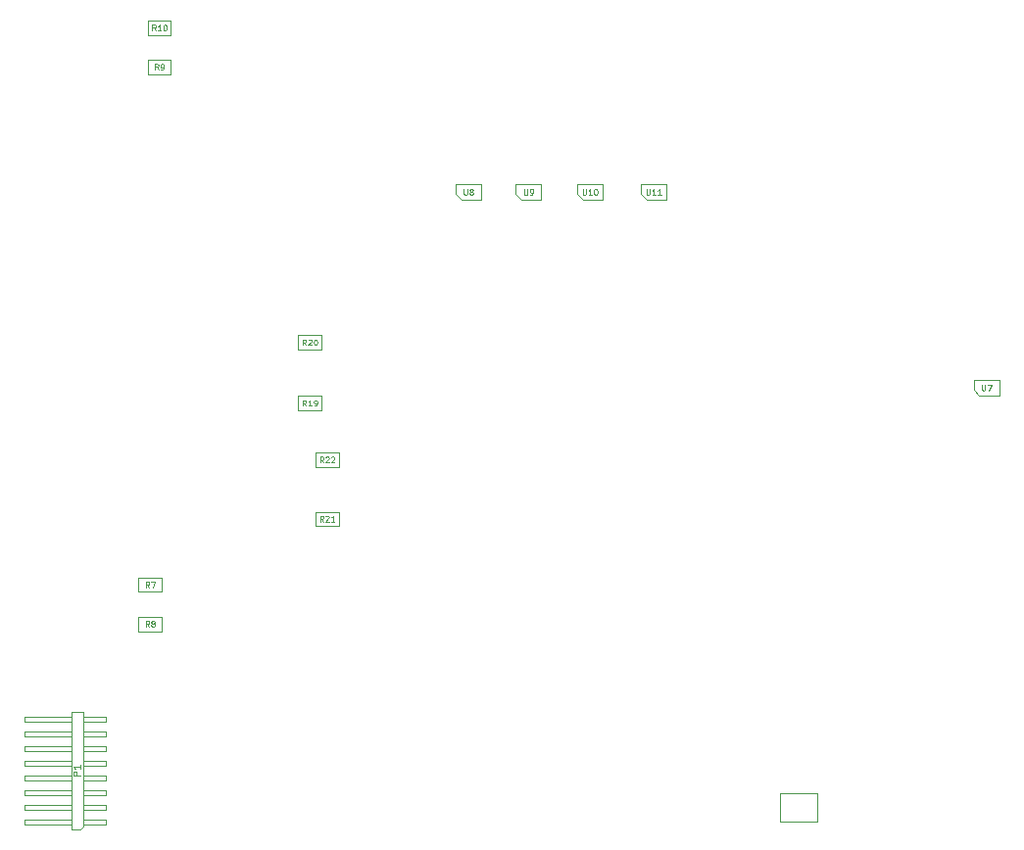
<source format=gbr>
G04 #@! TF.FileFunction,Other,Fab,Top*
%FSLAX46Y46*%
G04 Gerber Fmt 4.6, Leading zero omitted, Abs format (unit mm)*
G04 Created by KiCad (PCBNEW 4.0.7-e2-6376~58~ubuntu16.04.1) date Fri Dec  1 14:53:18 2017*
%MOMM*%
%LPD*%
G01*
G04 APERTURE LIST*
%ADD10C,0.100000*%
%ADD11C,0.090000*%
%ADD12C,0.075000*%
G04 APERTURE END LIST*
D10*
X33337240Y-93675840D02*
X32587240Y-93675840D01*
X32587240Y-93675840D02*
X32587240Y-83515840D01*
X32587240Y-83515840D02*
X33587240Y-83515840D01*
X33587240Y-83515840D02*
X33587240Y-93425840D01*
X33587240Y-93425840D02*
X33337240Y-93675840D01*
X35557240Y-93240840D02*
X33587240Y-93240840D01*
X35557240Y-93240840D02*
X35557240Y-92840840D01*
X35557240Y-92840840D02*
X33587240Y-92840840D01*
X32587240Y-93240840D02*
X28587240Y-93240840D01*
X28587240Y-93240840D02*
X28587240Y-92840840D01*
X32587240Y-92840840D02*
X28587240Y-92840840D01*
X35557240Y-91970840D02*
X33587240Y-91970840D01*
X35557240Y-91970840D02*
X35557240Y-91570840D01*
X35557240Y-91570840D02*
X33587240Y-91570840D01*
X32587240Y-91970840D02*
X28587240Y-91970840D01*
X28587240Y-91970840D02*
X28587240Y-91570840D01*
X32587240Y-91570840D02*
X28587240Y-91570840D01*
X35557240Y-90700840D02*
X33587240Y-90700840D01*
X35557240Y-90700840D02*
X35557240Y-90300840D01*
X35557240Y-90300840D02*
X33587240Y-90300840D01*
X32587240Y-90700840D02*
X28587240Y-90700840D01*
X28587240Y-90700840D02*
X28587240Y-90300840D01*
X32587240Y-90300840D02*
X28587240Y-90300840D01*
X35557240Y-89430840D02*
X33587240Y-89430840D01*
X35557240Y-89430840D02*
X35557240Y-89030840D01*
X35557240Y-89030840D02*
X33587240Y-89030840D01*
X32587240Y-89430840D02*
X28587240Y-89430840D01*
X28587240Y-89430840D02*
X28587240Y-89030840D01*
X32587240Y-89030840D02*
X28587240Y-89030840D01*
X35557240Y-88160840D02*
X33587240Y-88160840D01*
X35557240Y-88160840D02*
X35557240Y-87760840D01*
X35557240Y-87760840D02*
X33587240Y-87760840D01*
X32587240Y-88160840D02*
X28587240Y-88160840D01*
X28587240Y-88160840D02*
X28587240Y-87760840D01*
X32587240Y-87760840D02*
X28587240Y-87760840D01*
X35557240Y-86890840D02*
X33587240Y-86890840D01*
X35557240Y-86890840D02*
X35557240Y-86490840D01*
X35557240Y-86490840D02*
X33587240Y-86490840D01*
X32587240Y-86890840D02*
X28587240Y-86890840D01*
X28587240Y-86890840D02*
X28587240Y-86490840D01*
X32587240Y-86490840D02*
X28587240Y-86490840D01*
X35557240Y-85620840D02*
X33587240Y-85620840D01*
X35557240Y-85620840D02*
X35557240Y-85220840D01*
X35557240Y-85220840D02*
X33587240Y-85220840D01*
X32587240Y-85620840D02*
X28587240Y-85620840D01*
X28587240Y-85620840D02*
X28587240Y-85220840D01*
X32587240Y-85220840D02*
X28587240Y-85220840D01*
X35557240Y-84350840D02*
X33587240Y-84350840D01*
X35557240Y-84350840D02*
X35557240Y-83950840D01*
X35557240Y-83950840D02*
X33587240Y-83950840D01*
X32587240Y-84350840D02*
X28587240Y-84350840D01*
X28587240Y-84350840D02*
X28587240Y-83950840D01*
X32587240Y-83950840D02*
X28587240Y-83950840D01*
X38397240Y-73160840D02*
X38397240Y-71920840D01*
X40397240Y-73160840D02*
X38397240Y-73160840D01*
X40397240Y-71920840D02*
X40397240Y-73160840D01*
X38397240Y-71920840D02*
X40397240Y-71920840D01*
X38400000Y-76570000D02*
X38400000Y-75330000D01*
X40400000Y-76570000D02*
X38400000Y-76570000D01*
X40400000Y-75330000D02*
X40400000Y-76570000D01*
X38400000Y-75330000D02*
X40400000Y-75330000D01*
X39197240Y-28410840D02*
X39197240Y-27170840D01*
X41197240Y-28410840D02*
X39197240Y-28410840D01*
X41197240Y-27170840D02*
X41197240Y-28410840D01*
X39197240Y-27170840D02*
X41197240Y-27170840D01*
X39197240Y-25010840D02*
X39197240Y-23770840D01*
X41197240Y-25010840D02*
X39197240Y-25010840D01*
X41197240Y-23770840D02*
X41197240Y-25010840D01*
X39197240Y-23770840D02*
X41197240Y-23770840D01*
X110550000Y-54825000D02*
X110550000Y-55675000D01*
X111050000Y-56175000D02*
X112750000Y-56175000D01*
X110550000Y-54825000D02*
X112750000Y-54825000D01*
X112750000Y-54825000D02*
X112750000Y-56175000D01*
X110550000Y-55675000D02*
X111050000Y-56175000D01*
X65800000Y-37925000D02*
X65800000Y-38775000D01*
X66300000Y-39275000D02*
X68000000Y-39275000D01*
X65800000Y-37925000D02*
X68000000Y-37925000D01*
X68000000Y-37925000D02*
X68000000Y-39275000D01*
X65800000Y-38775000D02*
X66300000Y-39275000D01*
X70997240Y-37915840D02*
X70997240Y-38765840D01*
X71497240Y-39265840D02*
X73197240Y-39265840D01*
X70997240Y-37915840D02*
X73197240Y-37915840D01*
X73197240Y-37915840D02*
X73197240Y-39265840D01*
X70997240Y-38765840D02*
X71497240Y-39265840D01*
X76297240Y-37915840D02*
X76297240Y-38765840D01*
X76797240Y-39265840D02*
X78497240Y-39265840D01*
X76297240Y-37915840D02*
X78497240Y-37915840D01*
X78497240Y-37915840D02*
X78497240Y-39265840D01*
X76297240Y-38765840D02*
X76797240Y-39265840D01*
X81797240Y-37915840D02*
X81797240Y-38765840D01*
X82297240Y-39265840D02*
X83997240Y-39265840D01*
X81797240Y-37915840D02*
X83997240Y-37915840D01*
X83997240Y-37915840D02*
X83997240Y-39265840D01*
X81797240Y-38765840D02*
X82297240Y-39265840D01*
X52200000Y-57470000D02*
X52200000Y-56230000D01*
X54200000Y-57470000D02*
X52200000Y-57470000D01*
X54200000Y-56230000D02*
X54200000Y-57470000D01*
X52200000Y-56230000D02*
X54200000Y-56230000D01*
X52200000Y-52220000D02*
X52200000Y-50980000D01*
X54200000Y-52220000D02*
X52200000Y-52220000D01*
X54200000Y-50980000D02*
X54200000Y-52220000D01*
X52200000Y-50980000D02*
X54200000Y-50980000D01*
X53700000Y-67470000D02*
X53700000Y-66230000D01*
X55700000Y-67470000D02*
X53700000Y-67470000D01*
X55700000Y-66230000D02*
X55700000Y-67470000D01*
X53700000Y-66230000D02*
X55700000Y-66230000D01*
X53700000Y-62370000D02*
X53700000Y-61130000D01*
X55700000Y-62370000D02*
X53700000Y-62370000D01*
X55700000Y-61130000D02*
X55700000Y-62370000D01*
X53700000Y-61130000D02*
X55700000Y-61130000D01*
X93820000Y-93060000D02*
X93820000Y-90560000D01*
X97020000Y-93060000D02*
X93820000Y-93060000D01*
X97020000Y-90560000D02*
X97020000Y-93060000D01*
X93820000Y-90560000D02*
X97020000Y-90560000D01*
D11*
X33358669Y-89038697D02*
X32758669Y-89038697D01*
X32758669Y-88810125D01*
X32787240Y-88752983D01*
X32815811Y-88724411D01*
X32872954Y-88695840D01*
X32958669Y-88695840D01*
X33015811Y-88724411D01*
X33044383Y-88752983D01*
X33072954Y-88810125D01*
X33072954Y-89038697D01*
X33358669Y-88124411D02*
X33358669Y-88467268D01*
X33358669Y-88295840D02*
X32758669Y-88295840D01*
X32844383Y-88352983D01*
X32901526Y-88410125D01*
X32930097Y-88467268D01*
D12*
X39313907Y-72767030D02*
X39147240Y-72528935D01*
X39028193Y-72767030D02*
X39028193Y-72267030D01*
X39218669Y-72267030D01*
X39266288Y-72290840D01*
X39290097Y-72314650D01*
X39313907Y-72362269D01*
X39313907Y-72433697D01*
X39290097Y-72481316D01*
X39266288Y-72505126D01*
X39218669Y-72528935D01*
X39028193Y-72528935D01*
X39480574Y-72267030D02*
X39813907Y-72267030D01*
X39599621Y-72767030D01*
X39316667Y-76176190D02*
X39150000Y-75938095D01*
X39030953Y-76176190D02*
X39030953Y-75676190D01*
X39221429Y-75676190D01*
X39269048Y-75700000D01*
X39292857Y-75723810D01*
X39316667Y-75771429D01*
X39316667Y-75842857D01*
X39292857Y-75890476D01*
X39269048Y-75914286D01*
X39221429Y-75938095D01*
X39030953Y-75938095D01*
X39602381Y-75890476D02*
X39554762Y-75866667D01*
X39530953Y-75842857D01*
X39507143Y-75795238D01*
X39507143Y-75771429D01*
X39530953Y-75723810D01*
X39554762Y-75700000D01*
X39602381Y-75676190D01*
X39697619Y-75676190D01*
X39745238Y-75700000D01*
X39769048Y-75723810D01*
X39792857Y-75771429D01*
X39792857Y-75795238D01*
X39769048Y-75842857D01*
X39745238Y-75866667D01*
X39697619Y-75890476D01*
X39602381Y-75890476D01*
X39554762Y-75914286D01*
X39530953Y-75938095D01*
X39507143Y-75985714D01*
X39507143Y-76080952D01*
X39530953Y-76128571D01*
X39554762Y-76152381D01*
X39602381Y-76176190D01*
X39697619Y-76176190D01*
X39745238Y-76152381D01*
X39769048Y-76128571D01*
X39792857Y-76080952D01*
X39792857Y-75985714D01*
X39769048Y-75938095D01*
X39745238Y-75914286D01*
X39697619Y-75890476D01*
X40113907Y-28017030D02*
X39947240Y-27778935D01*
X39828193Y-28017030D02*
X39828193Y-27517030D01*
X40018669Y-27517030D01*
X40066288Y-27540840D01*
X40090097Y-27564650D01*
X40113907Y-27612269D01*
X40113907Y-27683697D01*
X40090097Y-27731316D01*
X40066288Y-27755126D01*
X40018669Y-27778935D01*
X39828193Y-27778935D01*
X40352002Y-28017030D02*
X40447240Y-28017030D01*
X40494859Y-27993221D01*
X40518669Y-27969411D01*
X40566288Y-27897983D01*
X40590097Y-27802745D01*
X40590097Y-27612269D01*
X40566288Y-27564650D01*
X40542478Y-27540840D01*
X40494859Y-27517030D01*
X40399621Y-27517030D01*
X40352002Y-27540840D01*
X40328193Y-27564650D01*
X40304383Y-27612269D01*
X40304383Y-27731316D01*
X40328193Y-27778935D01*
X40352002Y-27802745D01*
X40399621Y-27826554D01*
X40494859Y-27826554D01*
X40542478Y-27802745D01*
X40566288Y-27778935D01*
X40590097Y-27731316D01*
X39875812Y-24617030D02*
X39709145Y-24378935D01*
X39590098Y-24617030D02*
X39590098Y-24117030D01*
X39780574Y-24117030D01*
X39828193Y-24140840D01*
X39852002Y-24164650D01*
X39875812Y-24212269D01*
X39875812Y-24283697D01*
X39852002Y-24331316D01*
X39828193Y-24355126D01*
X39780574Y-24378935D01*
X39590098Y-24378935D01*
X40352002Y-24617030D02*
X40066288Y-24617030D01*
X40209145Y-24617030D02*
X40209145Y-24117030D01*
X40161526Y-24188459D01*
X40113907Y-24236078D01*
X40066288Y-24259888D01*
X40661526Y-24117030D02*
X40709145Y-24117030D01*
X40756764Y-24140840D01*
X40780573Y-24164650D01*
X40804383Y-24212269D01*
X40828192Y-24307507D01*
X40828192Y-24426554D01*
X40804383Y-24521792D01*
X40780573Y-24569411D01*
X40756764Y-24593221D01*
X40709145Y-24617030D01*
X40661526Y-24617030D01*
X40613907Y-24593221D01*
X40590097Y-24569411D01*
X40566288Y-24521792D01*
X40542478Y-24426554D01*
X40542478Y-24307507D01*
X40566288Y-24212269D01*
X40590097Y-24164650D01*
X40613907Y-24140840D01*
X40661526Y-24117030D01*
X111269048Y-55226190D02*
X111269048Y-55630952D01*
X111292857Y-55678571D01*
X111316667Y-55702381D01*
X111364286Y-55726190D01*
X111459524Y-55726190D01*
X111507143Y-55702381D01*
X111530952Y-55678571D01*
X111554762Y-55630952D01*
X111554762Y-55226190D01*
X111745239Y-55226190D02*
X112078572Y-55226190D01*
X111864286Y-55726190D01*
X66519048Y-38326190D02*
X66519048Y-38730952D01*
X66542857Y-38778571D01*
X66566667Y-38802381D01*
X66614286Y-38826190D01*
X66709524Y-38826190D01*
X66757143Y-38802381D01*
X66780952Y-38778571D01*
X66804762Y-38730952D01*
X66804762Y-38326190D01*
X67114286Y-38540476D02*
X67066667Y-38516667D01*
X67042858Y-38492857D01*
X67019048Y-38445238D01*
X67019048Y-38421429D01*
X67042858Y-38373810D01*
X67066667Y-38350000D01*
X67114286Y-38326190D01*
X67209524Y-38326190D01*
X67257143Y-38350000D01*
X67280953Y-38373810D01*
X67304762Y-38421429D01*
X67304762Y-38445238D01*
X67280953Y-38492857D01*
X67257143Y-38516667D01*
X67209524Y-38540476D01*
X67114286Y-38540476D01*
X67066667Y-38564286D01*
X67042858Y-38588095D01*
X67019048Y-38635714D01*
X67019048Y-38730952D01*
X67042858Y-38778571D01*
X67066667Y-38802381D01*
X67114286Y-38826190D01*
X67209524Y-38826190D01*
X67257143Y-38802381D01*
X67280953Y-38778571D01*
X67304762Y-38730952D01*
X67304762Y-38635714D01*
X67280953Y-38588095D01*
X67257143Y-38564286D01*
X67209524Y-38540476D01*
X71716288Y-38317030D02*
X71716288Y-38721792D01*
X71740097Y-38769411D01*
X71763907Y-38793221D01*
X71811526Y-38817030D01*
X71906764Y-38817030D01*
X71954383Y-38793221D01*
X71978192Y-38769411D01*
X72002002Y-38721792D01*
X72002002Y-38317030D01*
X72263907Y-38817030D02*
X72359145Y-38817030D01*
X72406764Y-38793221D01*
X72430574Y-38769411D01*
X72478193Y-38697983D01*
X72502002Y-38602745D01*
X72502002Y-38412269D01*
X72478193Y-38364650D01*
X72454383Y-38340840D01*
X72406764Y-38317030D01*
X72311526Y-38317030D01*
X72263907Y-38340840D01*
X72240098Y-38364650D01*
X72216288Y-38412269D01*
X72216288Y-38531316D01*
X72240098Y-38578935D01*
X72263907Y-38602745D01*
X72311526Y-38626554D01*
X72406764Y-38626554D01*
X72454383Y-38602745D01*
X72478193Y-38578935D01*
X72502002Y-38531316D01*
X76778193Y-38317030D02*
X76778193Y-38721792D01*
X76802002Y-38769411D01*
X76825812Y-38793221D01*
X76873431Y-38817030D01*
X76968669Y-38817030D01*
X77016288Y-38793221D01*
X77040097Y-38769411D01*
X77063907Y-38721792D01*
X77063907Y-38317030D01*
X77563907Y-38817030D02*
X77278193Y-38817030D01*
X77421050Y-38817030D02*
X77421050Y-38317030D01*
X77373431Y-38388459D01*
X77325812Y-38436078D01*
X77278193Y-38459888D01*
X77873431Y-38317030D02*
X77921050Y-38317030D01*
X77968669Y-38340840D01*
X77992478Y-38364650D01*
X78016288Y-38412269D01*
X78040097Y-38507507D01*
X78040097Y-38626554D01*
X78016288Y-38721792D01*
X77992478Y-38769411D01*
X77968669Y-38793221D01*
X77921050Y-38817030D01*
X77873431Y-38817030D01*
X77825812Y-38793221D01*
X77802002Y-38769411D01*
X77778193Y-38721792D01*
X77754383Y-38626554D01*
X77754383Y-38507507D01*
X77778193Y-38412269D01*
X77802002Y-38364650D01*
X77825812Y-38340840D01*
X77873431Y-38317030D01*
X82278193Y-38317030D02*
X82278193Y-38721792D01*
X82302002Y-38769411D01*
X82325812Y-38793221D01*
X82373431Y-38817030D01*
X82468669Y-38817030D01*
X82516288Y-38793221D01*
X82540097Y-38769411D01*
X82563907Y-38721792D01*
X82563907Y-38317030D01*
X83063907Y-38817030D02*
X82778193Y-38817030D01*
X82921050Y-38817030D02*
X82921050Y-38317030D01*
X82873431Y-38388459D01*
X82825812Y-38436078D01*
X82778193Y-38459888D01*
X83540097Y-38817030D02*
X83254383Y-38817030D01*
X83397240Y-38817030D02*
X83397240Y-38317030D01*
X83349621Y-38388459D01*
X83302002Y-38436078D01*
X83254383Y-38459888D01*
X52878572Y-57076190D02*
X52711905Y-56838095D01*
X52592858Y-57076190D02*
X52592858Y-56576190D01*
X52783334Y-56576190D01*
X52830953Y-56600000D01*
X52854762Y-56623810D01*
X52878572Y-56671429D01*
X52878572Y-56742857D01*
X52854762Y-56790476D01*
X52830953Y-56814286D01*
X52783334Y-56838095D01*
X52592858Y-56838095D01*
X53354762Y-57076190D02*
X53069048Y-57076190D01*
X53211905Y-57076190D02*
X53211905Y-56576190D01*
X53164286Y-56647619D01*
X53116667Y-56695238D01*
X53069048Y-56719048D01*
X53592857Y-57076190D02*
X53688095Y-57076190D01*
X53735714Y-57052381D01*
X53759524Y-57028571D01*
X53807143Y-56957143D01*
X53830952Y-56861905D01*
X53830952Y-56671429D01*
X53807143Y-56623810D01*
X53783333Y-56600000D01*
X53735714Y-56576190D01*
X53640476Y-56576190D01*
X53592857Y-56600000D01*
X53569048Y-56623810D01*
X53545238Y-56671429D01*
X53545238Y-56790476D01*
X53569048Y-56838095D01*
X53592857Y-56861905D01*
X53640476Y-56885714D01*
X53735714Y-56885714D01*
X53783333Y-56861905D01*
X53807143Y-56838095D01*
X53830952Y-56790476D01*
X52878572Y-51826190D02*
X52711905Y-51588095D01*
X52592858Y-51826190D02*
X52592858Y-51326190D01*
X52783334Y-51326190D01*
X52830953Y-51350000D01*
X52854762Y-51373810D01*
X52878572Y-51421429D01*
X52878572Y-51492857D01*
X52854762Y-51540476D01*
X52830953Y-51564286D01*
X52783334Y-51588095D01*
X52592858Y-51588095D01*
X53069048Y-51373810D02*
X53092858Y-51350000D01*
X53140477Y-51326190D01*
X53259524Y-51326190D01*
X53307143Y-51350000D01*
X53330953Y-51373810D01*
X53354762Y-51421429D01*
X53354762Y-51469048D01*
X53330953Y-51540476D01*
X53045239Y-51826190D01*
X53354762Y-51826190D01*
X53664286Y-51326190D02*
X53711905Y-51326190D01*
X53759524Y-51350000D01*
X53783333Y-51373810D01*
X53807143Y-51421429D01*
X53830952Y-51516667D01*
X53830952Y-51635714D01*
X53807143Y-51730952D01*
X53783333Y-51778571D01*
X53759524Y-51802381D01*
X53711905Y-51826190D01*
X53664286Y-51826190D01*
X53616667Y-51802381D01*
X53592857Y-51778571D01*
X53569048Y-51730952D01*
X53545238Y-51635714D01*
X53545238Y-51516667D01*
X53569048Y-51421429D01*
X53592857Y-51373810D01*
X53616667Y-51350000D01*
X53664286Y-51326190D01*
X54378572Y-67076190D02*
X54211905Y-66838095D01*
X54092858Y-67076190D02*
X54092858Y-66576190D01*
X54283334Y-66576190D01*
X54330953Y-66600000D01*
X54354762Y-66623810D01*
X54378572Y-66671429D01*
X54378572Y-66742857D01*
X54354762Y-66790476D01*
X54330953Y-66814286D01*
X54283334Y-66838095D01*
X54092858Y-66838095D01*
X54569048Y-66623810D02*
X54592858Y-66600000D01*
X54640477Y-66576190D01*
X54759524Y-66576190D01*
X54807143Y-66600000D01*
X54830953Y-66623810D01*
X54854762Y-66671429D01*
X54854762Y-66719048D01*
X54830953Y-66790476D01*
X54545239Y-67076190D01*
X54854762Y-67076190D01*
X55330952Y-67076190D02*
X55045238Y-67076190D01*
X55188095Y-67076190D02*
X55188095Y-66576190D01*
X55140476Y-66647619D01*
X55092857Y-66695238D01*
X55045238Y-66719048D01*
X54378572Y-61976190D02*
X54211905Y-61738095D01*
X54092858Y-61976190D02*
X54092858Y-61476190D01*
X54283334Y-61476190D01*
X54330953Y-61500000D01*
X54354762Y-61523810D01*
X54378572Y-61571429D01*
X54378572Y-61642857D01*
X54354762Y-61690476D01*
X54330953Y-61714286D01*
X54283334Y-61738095D01*
X54092858Y-61738095D01*
X54569048Y-61523810D02*
X54592858Y-61500000D01*
X54640477Y-61476190D01*
X54759524Y-61476190D01*
X54807143Y-61500000D01*
X54830953Y-61523810D01*
X54854762Y-61571429D01*
X54854762Y-61619048D01*
X54830953Y-61690476D01*
X54545239Y-61976190D01*
X54854762Y-61976190D01*
X55045238Y-61523810D02*
X55069048Y-61500000D01*
X55116667Y-61476190D01*
X55235714Y-61476190D01*
X55283333Y-61500000D01*
X55307143Y-61523810D01*
X55330952Y-61571429D01*
X55330952Y-61619048D01*
X55307143Y-61690476D01*
X55021429Y-61976190D01*
X55330952Y-61976190D01*
M02*

</source>
